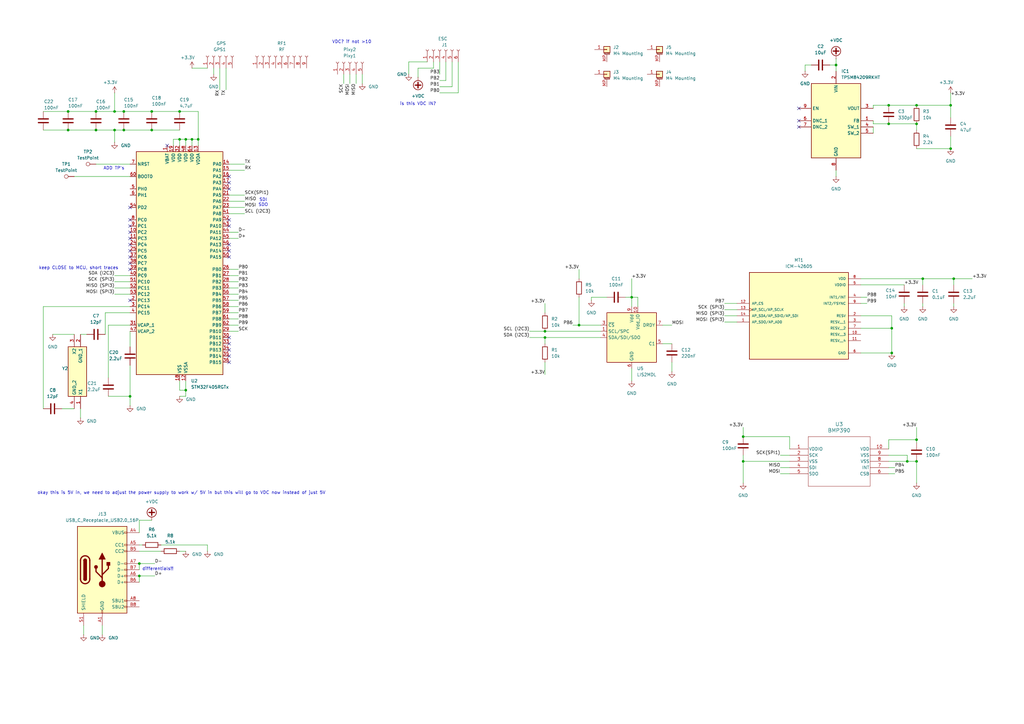
<source format=kicad_sch>
(kicad_sch (version 20250114) (generator "eeschema") (generator_version "9.0")
  (paper "A3")
  (text "okay this is 5V in, we need to adjust the power supply to work w/ 5V in but this will go to VDC now instead of just 5V" (at 74.422 202.184 0) (effects (font (size 1.27 1.27))))
  (text "SDI\nSDO" (at 107.95 83.058 0) (effects (font (size 1.27 1.27))))
  (text "keep CLOSE to MCU, short traces" (at 32.258 109.982 0) (effects (font (size 1.27 1.27))))
  (text "differentials!!\n" (at 64.77 233.426 0) (effects (font (size 1.27 1.27))))
  (text "ADD TP's\n" (at 46.736 69.088 0) (effects (font (size 1.27 1.27))))
  (text "is this VDC IN?\n" (at 171.45 42.672 0) (effects (font (size 1.27 1.27))))
  (text "VDC? if not >10\n" (at 144.272 17.272 0) (effects (font (size 1.27 1.27))))
  (junction (at 78.74 57.15))
  (junction (at 46.99 53.34))
  (junction (at 375.92 180.34))
  (junction (at 375.92 50.8))
  (junction (at 304.8 179.07))
  (junction (at 73.66 57.15))
  (junction (at 223.52 135.89))
  (junction (at 304.8 189.23))
  (junction (at 223.52 138.43))
  (junction (at 53.34 162.56))
  (junction (at 27.94 45.72))
  (junction (at 50.8 45.72))
  (junction (at 62.23 45.72))
  (junction (at 364.49 43.18))
  (junction (at 372.11 189.23))
  (junction (at 375.92 43.18))
  (junction (at 259.08 121.92))
  (junction (at 73.66 45.72))
  (junction (at 81.28 57.15))
  (junction (at 39.37 53.34))
  (junction (at 57.15 231.14))
  (junction (at 76.2 160.02))
  (junction (at 375.92 189.23))
  (junction (at 27.94 53.34))
  (junction (at 378.46 114.3))
  (junction (at 365.76 144.78))
  (junction (at 237.49 133.35))
  (junction (at 364.49 50.8))
  (junction (at 342.9 26.67))
  (junction (at 46.99 45.72))
  (junction (at 391.16 114.3))
  (junction (at 39.37 45.72))
  (junction (at 365.76 134.62))
  (junction (at 389.89 60.96))
  (junction (at 50.8 53.34))
  (junction (at 62.23 53.34))
  (junction (at 76.2 57.15))
  (junction (at 389.89 43.18))
  (junction (at 57.15 236.22))
  (no_connect (at 53.34 92.71))
  (no_connect (at 53.34 110.49))
  (no_connect (at 93.98 143.51))
  (no_connect (at 93.98 77.47))
  (no_connect (at 53.34 105.41))
  (no_connect (at 327.66 44.45))
  (no_connect (at 93.98 102.87))
  (no_connect (at 327.66 52.07))
  (no_connect (at 53.34 95.25))
  (no_connect (at 93.98 74.93))
  (no_connect (at 93.98 72.39))
  (no_connect (at 93.98 92.71))
  (no_connect (at 93.98 105.41))
  (no_connect (at 53.34 90.17))
  (no_connect (at 93.98 100.33))
  (no_connect (at 53.34 102.87))
  (no_connect (at 53.34 85.09))
  (no_connect (at 53.34 100.33))
  (no_connect (at 93.98 90.17))
  (no_connect (at 93.98 140.97))
  (no_connect (at 53.34 123.19))
  (no_connect (at 68.58 59.69))
  (no_connect (at 93.98 148.59))
  (no_connect (at 53.34 97.79))
  (no_connect (at 93.98 138.43))
  (no_connect (at 93.98 146.05))
  (no_connect (at 327.66 49.53))
  (no_connect (at 53.34 107.95))
  (wire (pts (xy 73.66 45.72) (xy 81.28 45.72)))
  (wire (pts (xy 57.15 218.44) (xy 57.15 213.36)))
  (wire (pts (xy 66.04 223.52) (xy 85.09 223.52)))
  (wire (pts (xy 27.94 45.72) (xy 39.37 45.72)))
  (wire (pts (xy 76.2 162.56) (xy 73.66 162.56)))
  (wire (pts (xy 93.98 85.09) (xy 100.33 85.09)))
  (wire (pts (xy 323.85 184.15) (xy 323.85 179.07)))
  (wire (pts (xy 17.78 167.64) (xy 17.78 125.73)))
  (wire (pts (xy 353.06 144.78) (xy 365.76 144.78)))
  (wire (pts (xy 365.76 134.62) (xy 365.76 144.78)))
  (wire (pts (xy 320.04 191.77) (xy 323.85 191.77)))
  (wire (pts (xy 182.88 25.4) (xy 182.88 33.02)))
  (wire (pts (xy 30.48 72.39) (xy 53.34 72.39)))
  (wire (pts (xy 304.8 189.23) (xy 304.8 198.12)))
  (wire (pts (xy 93.98 110.49) (xy 97.79 110.49)))
  (wire (pts (xy 372.11 189.23) (xy 375.92 189.23)))
  (wire (pts (xy 332.74 26.67) (xy 330.2 26.67)))
  (wire (pts (xy 375.92 180.34) (xy 375.92 181.61)))
  (wire (pts (xy 62.23 53.34) (xy 73.66 53.34)))
  (wire (pts (xy 177.8 25.4) (xy 177.8 27.94)))
  (wire (pts (xy 391.16 125.73) (xy 391.16 124.46)))
  (wire (pts (xy 73.66 57.15) (xy 71.12 57.15)))
  (wire (pts (xy 93.98 113.03) (xy 97.79 113.03)))
  (wire (pts (xy 261.62 125.73) (xy 261.62 121.92)))
  (wire (pts (xy 217.17 138.43) (xy 223.52 138.43)))
  (wire (pts (xy 27.94 53.34) (xy 39.37 53.34)))
  (wire (pts (xy 297.18 124.46) (xy 302.26 124.46)))
  (wire (pts (xy 364.49 191.77) (xy 367.03 191.77)))
  (wire (pts (xy 171.45 27.94) (xy 171.45 31.75)))
  (wire (pts (xy 223.52 148.59) (xy 223.52 153.67)))
  (wire (pts (xy 223.52 138.43) (xy 223.52 140.97)))
  (wire (pts (xy 234.95 133.35) (xy 237.49 133.35)))
  (wire (pts (xy 53.34 135.89) (xy 53.34 142.24)))
  (wire (pts (xy 50.8 45.72) (xy 62.23 45.72)))
  (wire (pts (xy 71.12 57.15) (xy 71.12 59.69)))
  (wire (pts (xy 375.92 189.23) (xy 375.92 198.12)))
  (wire (pts (xy 76.2 156.21) (xy 76.2 160.02)))
  (wire (pts (xy 375.92 50.8) (xy 375.92 53.34)))
  (wire (pts (xy 17.78 45.72) (xy 27.94 45.72)))
  (wire (pts (xy 187.96 38.1) (xy 180.34 38.1)))
  (wire (pts (xy 46.99 53.34) (xy 46.99 58.42)))
  (wire (pts (xy 342.9 26.67) (xy 342.9 29.21)))
  (wire (pts (xy 57.15 213.36) (xy 62.23 213.36)))
  (wire (pts (xy 353.06 124.46) (xy 355.6 124.46)))
  (wire (pts (xy 167.64 25.4) (xy 175.26 25.4)))
  (wire (pts (xy 353.06 121.92) (xy 355.6 121.92)))
  (wire (pts (xy 46.99 115.57) (xy 53.34 115.57)))
  (wire (pts (xy 85.09 223.52) (xy 85.09 226.06)))
  (wire (pts (xy 323.85 179.07) (xy 304.8 179.07)))
  (wire (pts (xy 167.64 25.4) (xy 167.64 30.48)))
  (wire (pts (xy 76.2 160.02) (xy 76.2 162.56)))
  (wire (pts (xy 304.8 175.26) (xy 304.8 179.07)))
  (wire (pts (xy 364.49 180.34) (xy 375.92 180.34)))
  (wire (pts (xy 73.66 160.02) (xy 76.2 160.02)))
  (wire (pts (xy 271.78 133.35) (xy 275.59 133.35)))
  (wire (pts (xy 364.49 50.8) (xy 375.92 50.8)))
  (wire (pts (xy 323.85 189.23) (xy 304.8 189.23)))
  (wire (pts (xy 342.9 24.13) (xy 342.9 26.67)))
  (wire (pts (xy 340.36 26.67) (xy 342.9 26.67)))
  (wire (pts (xy 237.49 110.49) (xy 237.49 114.3)))
  (wire (pts (xy 259.08 114.3) (xy 259.08 121.92)))
  (wire (pts (xy 93.98 95.25) (xy 97.79 95.25)))
  (wire (pts (xy 364.49 184.15) (xy 364.49 180.34)))
  (wire (pts (xy 364.49 194.31) (xy 367.03 194.31)))
  (wire (pts (xy 237.49 133.35) (xy 246.38 133.35)))
  (wire (pts (xy 93.98 80.01) (xy 100.33 80.01)))
  (wire (pts (xy 375.92 175.26) (xy 375.92 180.34)))
  (wire (pts (xy 182.88 33.02) (xy 180.34 33.02)))
  (wire (pts (xy 57.15 231.14) (xy 63.5 231.14)))
  (wire (pts (xy 148.59 34.29) (xy 148.59 30.48)))
  (wire (pts (xy 320.04 186.69) (xy 323.85 186.69)))
  (wire (pts (xy 353.06 116.84) (xy 370.84 116.84)))
  (wire (pts (xy 50.8 53.34) (xy 62.23 53.34)))
  (wire (pts (xy 364.49 189.23) (xy 372.11 189.23)))
  (wire (pts (xy 143.51 34.29) (xy 143.51 30.48)))
  (wire (pts (xy 39.37 45.72) (xy 46.99 45.72)))
  (wire (pts (xy 78.74 57.15) (xy 76.2 57.15)))
  (wire (pts (xy 21.59 137.16) (xy 30.48 137.16)))
  (wire (pts (xy 87.63 27.94) (xy 87.63 30.48)))
  (wire (pts (xy 93.98 69.85) (xy 100.33 69.85)))
  (wire (pts (xy 330.2 26.67) (xy 330.2 29.21)))
  (wire (pts (xy 140.97 34.29) (xy 140.97 30.48)))
  (wire (pts (xy 78.74 57.15) (xy 78.74 59.69)))
  (wire (pts (xy 187.96 25.4) (xy 187.96 38.1)))
  (wire (pts (xy 185.42 25.4) (xy 185.42 35.56)))
  (wire (pts (xy 53.34 149.86) (xy 53.34 162.56)))
  (wire (pts (xy 81.28 57.15) (xy 81.28 59.69)))
  (wire (pts (xy 78.74 27.94) (xy 85.09 27.94)))
  (wire (pts (xy 92.71 27.94) (xy 92.71 36.83)))
  (wire (pts (xy 378.46 114.3) (xy 391.16 114.3)))
  (wire (pts (xy 261.62 121.92) (xy 259.08 121.92)))
  (wire (pts (xy 90.17 27.94) (xy 90.17 36.83)))
  (wire (pts (xy 342.9 69.85) (xy 342.9 72.39)))
  (wire (pts (xy 73.66 156.21) (xy 73.66 160.02)))
  (wire (pts (xy 46.99 120.65) (xy 53.34 120.65)))
  (wire (pts (xy 271.78 140.97) (xy 275.59 140.97)))
  (wire (pts (xy 93.98 130.81) (xy 97.79 130.81)))
  (wire (pts (xy 46.99 38.1) (xy 46.99 45.72)))
  (wire (pts (xy 35.56 137.16) (xy 33.02 137.16)))
  (wire (pts (xy 73.66 57.15) (xy 73.66 59.69)))
  (wire (pts (xy 73.66 226.06) (xy 76.2 226.06)))
  (wire (pts (xy 391.16 114.3) (xy 398.78 114.3)))
  (wire (pts (xy 43.18 137.16) (xy 43.18 128.27)))
  (wire (pts (xy 297.18 127) (xy 302.26 127)))
  (wire (pts (xy 93.98 128.27) (xy 97.79 128.27)))
  (wire (pts (xy 242.57 121.92) (xy 242.57 123.19)))
  (wire (pts (xy 25.4 167.64) (xy 30.48 167.64)))
  (wire (pts (xy 375.92 60.96) (xy 389.89 60.96)))
  (wire (pts (xy 297.18 132.08) (xy 302.26 132.08)))
  (wire (pts (xy 81.28 57.15) (xy 78.74 57.15)))
  (wire (pts (xy 57.15 231.14) (xy 57.15 233.68)))
  (wire (pts (xy 81.28 45.72) (xy 81.28 57.15)))
  (wire (pts (xy 223.52 135.89) (xy 246.38 135.89)))
  (wire (pts (xy 93.98 135.89) (xy 97.79 135.89)))
  (wire (pts (xy 44.45 133.35) (xy 44.45 154.94)))
  (wire (pts (xy 242.57 121.92) (xy 248.92 121.92)))
  (wire (pts (xy 358.14 50.8) (xy 364.49 50.8)))
  (wire (pts (xy 320.04 194.31) (xy 323.85 194.31)))
  (wire (pts (xy 364.49 186.69) (xy 372.11 186.69)))
  (wire (pts (xy 378.46 116.84) (xy 378.46 114.3)))
  (wire (pts (xy 358.14 52.07) (xy 358.14 54.61)))
  (wire (pts (xy 375.92 43.18) (xy 389.89 43.18)))
  (wire (pts (xy 46.99 45.72) (xy 50.8 45.72)))
  (wire (pts (xy 93.98 133.35) (xy 97.79 133.35)))
  (wire (pts (xy 177.8 27.94) (xy 171.45 27.94)))
  (wire (pts (xy 93.98 87.63) (xy 100.33 87.63)))
  (wire (pts (xy 93.98 82.55) (xy 100.33 82.55)))
  (wire (pts (xy 46.99 118.11) (xy 53.34 118.11)))
  (wire (pts (xy 391.16 116.84) (xy 391.16 114.3)))
  (wire (pts (xy 237.49 121.92) (xy 237.49 133.35)))
  (wire (pts (xy 180.34 25.4) (xy 180.34 30.48)))
  (wire (pts (xy 365.76 129.54) (xy 365.76 134.62)))
  (wire (pts (xy 76.2 57.15) (xy 73.66 57.15)))
  (wire (pts (xy 364.49 43.18) (xy 375.92 43.18)))
  (wire (pts (xy 39.37 67.31) (xy 53.34 67.31)))
  (wire (pts (xy 93.98 115.57) (xy 97.79 115.57)))
  (wire (pts (xy 370.84 125.73) (xy 370.84 124.46)))
  (wire (pts (xy 304.8 186.69) (xy 304.8 189.23)))
  (wire (pts (xy 57.15 226.06) (xy 66.04 226.06)))
  (wire (pts (xy 389.89 48.26) (xy 389.89 43.18)))
  (wire (pts (xy 58.42 223.52) (xy 57.15 223.52)))
  (wire (pts (xy 43.18 128.27) (xy 53.34 128.27)))
  (wire (pts (xy 93.98 67.31) (xy 100.33 67.31)))
  (wire (pts (xy 358.14 49.53) (xy 358.14 50.8)))
  (wire (pts (xy 217.17 135.89) (xy 223.52 135.89)))
  (wire (pts (xy 353.06 129.54) (xy 365.76 129.54)))
  (wire (pts (xy 17.78 53.34) (xy 27.94 53.34)))
  (wire (pts (xy 146.05 34.29) (xy 146.05 30.48)))
  (wire (pts (xy 185.42 35.56) (xy 180.34 35.56)))
  (wire (pts (xy 358.14 43.18) (xy 358.14 44.45)))
  (wire (pts (xy 93.98 97.79) (xy 97.79 97.79)))
  (wire (pts (xy 44.45 162.56) (xy 53.34 162.56)))
  (wire (pts (xy 297.18 129.54) (xy 302.26 129.54)))
  (wire (pts (xy 76.2 57.15) (xy 76.2 59.69)))
  (wire (pts (xy 353.06 114.3) (xy 378.46 114.3)))
  (wire (pts (xy 93.98 125.73) (xy 97.79 125.73)))
  (wire (pts (xy 353.06 134.62) (xy 365.76 134.62)))
  (wire (pts (xy 93.98 120.65) (xy 97.79 120.65)))
  (wire (pts (xy 389.89 38.1) (xy 389.89 43.18)))
  (wire (pts (xy 378.46 125.73) (xy 378.46 124.46)))
  (wire (pts (xy 53.34 162.56) (xy 53.34 166.37)))
  (wire (pts (xy 33.02 167.64) (xy 33.02 171.45)))
  (wire (pts (xy 34.29 256.54) (xy 34.29 260.35)))
  (wire (pts (xy 389.89 60.96) (xy 389.89 55.88)))
  (wire (pts (xy 46.99 53.34) (xy 50.8 53.34)))
  (wire (pts (xy 46.99 113.03) (xy 53.34 113.03)))
  (wire (pts (xy 259.08 121.92) (xy 256.54 121.92)))
  (wire (pts (xy 223.52 138.43) (xy 246.38 138.43)))
  (wire (pts (xy 62.23 45.72) (xy 73.66 45.72)))
  (wire (pts (xy 275.59 148.59) (xy 275.59 152.4)))
  (wire (pts (xy 57.15 236.22) (xy 63.5 236.22)))
  (wire (pts (xy 53.34 133.35) (xy 44.45 133.35)))
  (wire (pts (xy 93.98 123.19) (xy 97.79 123.19)))
  (wire (pts (xy 17.78 125.73) (xy 53.34 125.73)))
  (wire (pts (xy 57.15 236.22) (xy 57.15 238.76)))
  (wire (pts (xy 259.08 121.92) (xy 259.08 125.73)))
  (wire (pts (xy 93.98 118.11) (xy 97.79 118.11)))
  (wire (pts (xy 223.52 124.46) (xy 223.52 128.27)))
  (wire (pts (xy 39.37 53.34) (xy 46.99 53.34)))
  (wire (pts (xy 259.08 151.13) (xy 259.08 156.21)))
  (wire (pts (xy 41.91 256.54) (xy 41.91 260.35)))
  (wire (pts (xy 364.49 43.18) (xy 358.14 43.18)))
  (wire (pts (xy 372.11 186.69) (xy 372.11 189.23)))
  (label "MOSI (SPI3)" (at 297.18 132.08 180))
  (label "PB5" (at 97.79 123.19 0))
  (label "PB0" (at 180.34 38.1 180))
  (label "MOSI" (at 143.51 34.29 270))
  (label "+3.3V" (at 304.8 175.26 180))
  (label "D-" (at 63.5 231.14 0))
  (label "MISO" (at 100.33 82.55 0))
  (label "PB1" (at 97.79 113.03 0))
  (label "PB1" (at 180.34 35.56 180))
  (label "+3.3V" (at 375.92 175.26 180))
  (label "SCL (I2C3)" (at 100.33 87.63 0))
  (label "PB3" (at 97.79 118.11 0))
  (label "+3.3V" (at 223.52 124.46 180))
  (label "MOSI (SPI3)" (at 46.99 120.65 180))
  (label "+3.3V" (at 389.89 39.37 0))
  (label "SCK" (at 97.79 135.89 0))
  (label "+3.3V" (at 259.08 114.3 0))
  (label "MISO" (at 146.05 34.29 270))
  (label "PB4" (at 367.03 191.77 0))
  (label "PB9" (at 355.6 124.46 0))
  (label "MISO" (at 320.04 191.77 180))
  (label "PB3" (at 180.34 30.48 180))
  (label "MOSI" (at 320.04 194.31 180))
  (label "PB6" (at 97.79 125.73 0))
  (label "+3.3V" (at 223.52 153.67 180))
  (label "PB6" (at 234.95 133.35 180))
  (label "TX" (at 100.33 67.31 0))
  (label "MOSI" (at 275.59 133.35 0))
  (label "PB2" (at 97.79 115.57 0))
  (label "SDA (I2C3)" (at 217.17 138.43 180))
  (label "MISO (SPI3)" (at 297.18 129.54 180))
  (label "PB9" (at 97.79 133.35 0))
  (label "PB5" (at 367.03 194.31 0))
  (label "PB0" (at 97.79 110.49 0))
  (label "D+" (at 63.5 236.22 0))
  (label "SCK (SPI3)" (at 297.18 127 180))
  (label "D+" (at 97.79 97.79 0))
  (label "SCL (I2C3)" (at 217.17 135.89 180))
  (label "RX" (at 100.33 69.85 0))
  (label "+3.3V" (at 398.78 114.3 0))
  (label "MOSI" (at 100.33 85.09 0))
  (label "MISO (SPI3)" (at 46.99 118.11 180))
  (label "+3.3V" (at 237.49 110.49 180))
  (label "PB7" (at 297.18 124.46 180))
  (label "D-" (at 97.79 95.25 0))
  (label "SCK(SPI1)" (at 100.33 80.01 0))
  (label "SCK" (at 140.97 34.29 270))
  (label "RX" (at 90.17 36.83 270))
  (label "+3.3V" (at 370.84 116.84 0))
  (label "SCK(SPI1)" (at 320.04 186.69 180))
  (label "SCK (SPI3)" (at 46.99 115.57 180))
  (label "PB8" (at 355.6 121.92 0))
  (label "PB8" (at 97.79 130.81 0))
  (label "TX" (at 92.71 36.83 270))
  (label "PB4" (at 97.79 120.65 0))
  (label "SDA (I2C3)" (at 46.99 113.03 180))
  (label "PB2" (at 180.34 33.02 180))
  (label "PB7" (at 97.79 128.27 0))
  (symbol (lib_id "power:+VDC") (at 62.23 213.36 0) (unit 1)
    (property "Reference" "#PWR016" (effects (hide yes)))
    (property "Value" "+VDC" (at 62.23 205.74 0))
    (property "Description" "Power symbol creates a global label with name \"+VDC\"" (effects (hide yes)))
  )
  (symbol (lib_id "Connector_Generic_MountingPin:Conn_01x01_MountingPin") (at 248.92 30.48 0) (unit 1) (in_bom no)
    (property "Reference" "J3" (at 251.46 29.5655 0) (effects (justify left)))
    (property "Value" "M4 Mounting" (at 251.46 32.1055 0) (effects (justify left)))
    (property "Footprint" "Mounting:MountingHole_4.3mm_M4" (effects (hide yes)))
    (property "Description" "Generic connectable mounting pin connector, single row, 01x01, script generated (kicad-library-utils/schlib/autogen/connector/)" (effects (hide yes)))
  )
  (symbol (lib_id "power:+VDC") (at 342.9 24.13 0) (unit 1)
    (property "Reference" "#PWR010" (effects (hide yes)))
    (property "Value" "+VDC" (at 342.9 16.51 0))
    (property "Description" "Power symbol creates a global label with name \"+VDC\"" (effects (hide yes)))
  )
  (symbol (lib_id "power:+3.3V") (at 78.74 27.94 0) (mirror y) (unit 1)
    (property "Reference" "#PWR05" (effects (hide yes)))
    (property "Value" "+3.3V" (at 76.962 23.622 0))
    (property "Description" "Power symbol creates a global label with name \"+3.3V\"" (effects (hide yes)))
  )
  (symbol (lib_id "Device:C") (at 375.92 185.42 0) (unit 1)
    (property "Reference" "C10" (at 379.73 184.1499 0) (effects (justify left)))
    (property "Value" "100nF" (at 379.73 186.6899 0) (effects (justify left)))
    (property "Footprint" "Capacitor_SMD:C_0603_1608Metric_Pad1.08x0.95mm_HandSolder" (effects (hide yes)))
    (property "Description" "Unpolarized capacitor" (effects (hide yes)))
  )
  (symbol (lib_id "Connector:Conn_01x06_Socket") (at 180.34 20.32 90) (unit 1) (in_bom no)
    (property "Reference" "J1" (at 183.515 18.4151 90) (effects (justify left)))
    (property "Value" "ESC" (at 183.515 15.8751 90) (effects (justify left)))
    (property "Footprint" "Connector_JST:JST_SHL_SM08B-SHLS-TF_1x08-1MP_P1.00mm_Horizontal" (effects (hide yes)))
    (property "Description" "Generic connector, single row, 01x06, script generated" (effects (hide yes)))
  )
  (symbol (lib_id "power:GND") (at 41.91 260.35 0) (unit 1)
    (property "Reference" "#PWR024" (effects (hide yes)))
    (property "Value" "GND" (at 44.45 261.6199 0) (effects (justify left)))
    (property "Description" "Power symbol creates a global label with name \"GND\" , ground" (effects (hide yes)))
  )
  (symbol (lib_id "power:GND") (at 378.46 125.73 0) (unit 1)
    (property "Reference" "#PWR026" (effects (hide yes)))
    (property "Value" "GND" (at 378.46 130.81 0))
    (property "Description" "Power symbol creates a global label with name \"GND\" , ground" (effects (hide yes)))
  )
  (symbol (lib_id "Device:C") (at 336.55 26.67 90) (unit 1)
    (property "Reference" "C2" (at 336.55 19.05 90))
    (property "Value" "10uF" (at 336.55 21.59 90))
    (property "Footprint" "Capacitor_SMD:C_0603_1608Metric_Pad1.08x0.95mm_HandSolder" (effects (hide yes)))
    (property "Description" "Unpolarized capacitor" (effects (hide yes)))
  )
  (symbol (lib_id "Device:R") (at 375.92 57.15 0) (unit 1)
    (property "Reference" "R4" (at 378.46 55.8799 0) (effects (justify left)))
    (property "Value" "2.2k" (at 378.46 58.4199 0) (effects (justify left)))
    (property "Footprint" "Resistor_SMD:R_0603_1608Metric_Pad0.98x0.95mm_HandSolder" (effects (hide yes)))
    (property "Description" "Resistor" (effects (hide yes)))
  )
  (symbol (lib_id "power:GND") (at 33.02 171.45 0) (unit 1)
    (property "Reference" "#PWR07" (effects (hide yes)))
    (property "Value" "GND" (at 35.56 172.7199 0) (effects (justify left)))
    (property "Description" "Power symbol creates a global label with name \"GND\" , ground" (effects (hide yes)))
  )
  (symbol (lib_id "power:GND") (at 391.16 125.73 0) (unit 1)
    (property "Reference" "#PWR027" (effects (hide yes)))
    (property "Value" "GND" (at 391.16 130.81 0))
    (property "Description" "Power symbol creates a global label with name \"GND\" , ground" (effects (hide yes)))
  )
  (symbol (lib_id "Device:C") (at 50.8 49.53 0) (unit 1)
    (property "Reference" "C15" (at 50.8 40.894 0) (effects (justify left)))
    (property "Value" "100nF" (at 50.8 43.434 0) (effects (justify left)))
    (property "Footprint" "Capacitor_SMD:C_0603_1608Metric_Pad1.08x0.95mm_HandSolder" (effects (hide yes)))
    (property "Description" "Unpolarized capacitor" (effects (hide yes)))
  )
  (symbol (lib_id "Connector:Conn_01x05_Socket") (at 143.51 25.4 90) (unit 1) (in_bom no)
    (property "Reference" "Pixy1" (at 146.05 22.8601 90) (effects (justify left)))
    (property "Value" "Pixy2" (at 146.05 20.3201 90) (effects (justify left)))
    (property "Footprint" "Connector_PinSocket_2.54mm:PinSocket_1x05_P2.54mm_Vertical" (effects (hide yes)))
    (property "Description" "Generic connector, single row, 01x05, script generated" (effects (hide yes)))
  )
  (symbol (lib_id "power:GND") (at 304.8 198.12 0) (unit 1)
    (property "Reference" "#PWR08" (effects (hide yes)))
    (property "Value" "GND" (at 304.8 203.2 0))
    (property "Description" "Power symbol creates a global label with name \"GND\" , ground" (effects (hide yes)))
  )
  (symbol (lib_id "power:GND") (at 46.99 58.42 0) (unit 1)
    (property "Reference" "#PWR030" (effects (hide yes)))
    (property "Value" "GND" (at 49.53 59.6899 0) (effects (justify left)))
    (property "Description" "Power symbol creates a global label with name \"GND\" , ground" (effects (hide yes)))
  )
  (symbol (lib_id "Device:C") (at 39.37 49.53 0) (unit 1)
    (property "Reference" "C16" (at 39.37 41.656 0) (effects (justify left)))
    (property "Value" "100nF" (at 39.37 44.196 0) (effects (justify left)))
    (property "Footprint" "Capacitor_SMD:C_0603_1608Metric_Pad1.08x0.95mm_HandSolder" (effects (hide yes)))
    (property "Description" "Unpolarized capacitor" (effects (hide yes)))
  )
  (symbol (lib_id "power:GND") (at 275.59 152.4 0) (unit 1)
    (property "Reference" "#PWR020" (effects (hide yes)))
    (property "Value" "GND" (at 275.59 157.48 0))
    (property "Description" "Power symbol creates a global label with name \"GND\" , ground" (effects (hide yes)))
  )
  (symbol (lib_id "Connector:USB_C_Receptacle_USB2.0_16P") (at 41.91 233.68 0) (unit 1)
    (property "Reference" "J13" (at 41.91 210.82 0))
    (property "Value" "USB_C_Receptacle_USB2.0_16P" (at 41.91 213.36 0))
    (property "Footprint" "Connector_USB:USB_C_Receptacle_GCT_USB4105-xx-A_16P_TopMnt_Horizontal" (effects (hide yes)))
    (property "Datasheet" "https://www.usb.org/sites/default/files/documents/usb_type-c.zip" (effects (hide yes)))
    (property "Description" "USB 2.0-only 16P Type-C Receptacle connector" (effects (hide yes)))
  )
  (symbol (lib_id "Device:C") (at 391.16 120.65 0) (unit 1)
    (property "Reference" "C13" (at 394.97 119.3799 0) (effects (justify left)))
    (property "Value" "2.2uF" (at 394.97 121.9199 0) (effects (justify left)))
    (property "Footprint" "Capacitor_SMD:C_0603_1608Metric_Pad1.08x0.95mm_HandSolder" (effects (hide yes)))
    (property "Description" "Unpolarized capacitor" (effects (hide yes)))
  )
  (symbol (lib_id "power:GND") (at 76.2 226.06 0) (unit 1)
    (property "Reference" "#PWR021" (effects (hide yes)))
    (property "Value" "GND" (at 78.74 227.3299 0) (effects (justify left)))
    (property "Description" "Power symbol creates a global label with name \"GND\" , ground" (effects (hide yes)))
  )
  (symbol (lib_id "Device:R") (at 223.52 144.78 180) (unit 1)
    (property "Reference" "R1" (at 226.06 143.5099 0) (effects (justify right)))
    (property "Value" "10k" (at 226.06 146.0499 0) (effects (justify right)))
    (property "Footprint" "Resistor_SMD:R_0603_1608Metric_Pad0.98x0.95mm_HandSolder" (effects (hide yes)))
    (property "Description" "Resistor" (effects (hide yes)))
  )
  (symbol (lib_id "Device:C") (at 17.78 49.53 0) (unit 1)
    (property "Reference" "C22" (at 18.034 41.656 0) (effects (justify left)))
    (property "Value" "100nF" (at 18.034 44.196 0) (effects (justify left)))
    (property "Footprint" "Capacitor_SMD:C_0603_1608Metric_Pad1.08x0.95mm_HandSolder" (effects (hide yes)))
    (property "Description" "Unpolarized capacitor" (effects (hide yes)))
  )
  (symbol (lib_id "Device:C") (at 53.34 146.05 0) (unit 1)
    (property "Reference" "C20" (at 44.704 144.526 0) (effects (justify left)))
    (property "Value" "2.2uF" (at 44.704 147.066 0) (effects (justify left)))
    (property "Footprint" "Capacitor_SMD:C_0603_1608Metric_Pad1.08x0.95mm_HandSolder" (effects (hide yes)))
    (property "Description" "Unpolarized capacitor" (effects (hide yes)))
  )
  (symbol (lib_id "Device:C") (at 62.23 49.53 0) (unit 1)
    (property "Reference" "C18" (at 62.23 40.132 0) (effects (justify left)))
    (property "Value" "100nF" (at 62.23 42.672 0) (effects (justify left)))
    (property "Footprint" "Capacitor_SMD:C_0603_1608Metric_Pad1.08x0.95mm_HandSolder" (effects (hide yes)))
    (property "Description" "Unpolarized capacitor" (effects (hide yes)))
  )
  (symbol (lib_id "ICM-42605:ICM-42605") (at 327.66 124.46 0) (unit 1)
    (property "Reference" "MT1" (at 327.66 106.68 0))
    (property "Value" "ICM-42605" (at 327.66 109.22 0))
    (property "Footprint" "forICM:XDCR_ICM-42605" (effects (hide yes)))
    (property "PARTREV" "1.7" (effects (hide yes)))
    (property "STANDARD" "Manufacturer Recommendations" (effects (hide yes)))
    (property "MAXIMUM_PACKAGE_HEIGHT" "0.97 mm" (effects (hide yes)))
    (property "MANUFACTURER" "TDK InvenSense" (effects (hide yes)))
  )
  (symbol (lib_id "MCU_ST_STM32F4:STM32F405RGTx") (at 73.66 107.95 0) (unit 1)
    (property "Reference" "U2" (at 78.3433 156.21 0) (effects (justify left)))
    (property "Value" "STM32F405RGTx" (at 78.3433 158.75 0) (effects (justify left)))
    (property "Footprint" "Package_QFP:LQFP-64_10x10mm_P0.5mm" (effects (hide yes)))
    (property "Datasheet" "https://www.st.com/resource/en/datasheet/stm32f405rg.pdf" (effects (hide yes)))
    (property "Description" "STMicroelectronics Arm Cortex-M4 MCU, 1024KB flash, 192KB RAM, 168 MHz, 1.8-3.6V, 51 GPIO, LQFP64" (effects (hide yes)))
  )
  (symbol (lib_id "Sensor_Magnetic:LIS2MDL") (at 259.08 138.43 0) (unit 1)
    (property "Reference" "U5" (at 261.2233 151.13 0) (effects (justify left)))
    (property "Value" "LIS2MDL" (at 261.2233 153.67 0) (effects (justify left)))
    (property "Footprint" "Package_LGA:LGA-12_2x2mm_P0.5mm" (effects (hide yes)))
    (property "Datasheet" "https://www.st.com/resource/en/datasheet/lis2mdl.pdf" (effects (hide yes)))
    (property "Description" "Ultra-low-power, 3-axis digital output magnetometer, LGA-12" (effects (hide yes)))
  )
  (symbol (lib_id "power:GND") (at 73.66 162.56 0) (unit 1)
    (property "Reference" "#PWR032" (effects (hide yes)))
    (property "Value" "GND" (at 76.2 163.8299 0) (effects (justify left)))
    (property "Description" "Power symbol creates a global label with name \"GND\" , ground" (effects (hide yes)))
  )
  (symbol (lib_id "TPSM84209RKHT:TPSM84209RKHT") (at 327.66 44.45 0) (unit 1)
    (property "Reference" "IC1" (at 345.0433 29.21 0) (effects (justify left)))
    (property "Value" "TPSM84209RKHT" (at 345.0433 31.75 0) (effects (justify left)))
    (property "Footprint" "TPSM84209RKHT" (effects (hide yes)))
    (property "Datasheet" "http://www.ti.com/lit/gpn/tpsm84209" (effects (hide yes)))
    (property "Description" "4.5-V to 28-V input, 1.2-V to 6-V output, 2.5-A power module" (effects (hide yes)))
    (property "Height" "2.1" (effects (hide yes)))
    (property "Mouser Part Number" "595-TPSM84209RKHT" (effects (hide yes)))
    (property "Mouser Price/Stock" "https://www.mouser.co.uk/ProductDetail/Texas-Instruments/TPSM84209RKHT?qs=rrS6PyfT74fnmFkKpetMQQ%3D%3D" (effects (hide yes)))
    (property "Manufacturer_Name" "Texas Instruments" (effects (hide yes)))
    (property "Manufacturer_Part_Number" "TPSM84209RKHT" (effects (hide yes)))
  )
  (symbol (lib_id "Connector_Generic_MountingPin:Conn_01x01_MountingPin") (at 270.51 20.32 0) (unit 1) (in_bom no)
    (property "Reference" "J5" (at 273.05 19.4055 0) (effects (justify left)))
    (property "Value" "M4 Mounting" (at 273.05 21.9455 0) (effects (justify left)))
    (property "Footprint" "Mounting:MountingHole_4.3mm_M4" (effects (hide yes)))
    (property "Description" "Generic connectable mounting pin connector, single row, 01x01, script generated (kicad-library-utils/schlib/autogen/connector/)" (effects (hide yes)))
  )
  (symbol (lib_id "power:GND") (at 148.59 34.29 0) (unit 1)
    (property "Reference" "#PWR03" (effects (hide yes)))
    (property "Value" "GND" (at 151.13 35.5599 0) (effects (justify left)))
    (property "Description" "Power symbol creates a global label with name \"GND\" , ground" (effects (hide yes)))
  )
  (symbol (lib_id "Device:R") (at 69.85 226.06 270) (unit 1)
    (property "Reference" "R8" (at 69.85 219.71 90))
    (property "Value" "5.1k" (at 69.85 222.25 90))
    (property "Footprint" "Resistor_SMD:R_0603_1608Metric_Pad0.98x0.95mm_HandSolder" (effects (hide yes)))
    (property "Description" "Resistor" (effects (hide yes)))
  )
  (symbol (lib_id "power:GND") (at 167.64 30.48 0) (unit 1)
    (property "Reference" "#PWR02" (effects (hide yes)))
    (property "Value" "GND" (at 162.814 30.48 0) (effects (justify left)))
    (property "Description" "Power symbol creates a global label with name \"GND\" , ground" (effects (hide yes)))
  )
  (symbol (lib_id "power:GND") (at 365.76 144.78 0) (unit 1)
    (property "Reference" "#PWR028" (effects (hide yes)))
    (property "Value" "GND" (at 365.76 149.86 0))
    (property "Description" "Power symbol creates a global label with name \"GND\" , ground" (effects (hide yes)))
  )
  (symbol (lib_id "power:GND") (at 330.2 29.21 0) (unit 1)
    (property "Reference" "#PWR012" (effects (hide yes)))
    (property "Value" "GND" (at 330.2 34.29 0))
    (property "Description" "Power symbol creates a global label with name \"GND\" , ground" (effects (hide yes)))
  )
  (symbol (lib_id "Connector:TestPoint") (at 39.37 67.31 90) (unit 1)
    (property "Reference" "TP2" (at 36.068 62.23 90))
    (property "Value" "TestPoint" (at 36.068 64.77 90))
    (property "Footprint" "TestPoint:TestPoint_Loop_D2.50mm_Drill1.0mm" (effects (hide yes)))
    (property "Description" "test point" (effects (hide yes)))
  )
  (symbol (lib_id "Connector:Conn_01x09_Socket") (at 115.57 22.86 90) (unit 1)
    (property "Reference" "RF1" (at 115.57 17.78 90))
    (property "Value" "RF" (at 115.57 20.32 90))
    (property "Footprint" "Connector_PinHeader_2.54mm:PinHeader_1x09_P2.54mm_Vertical" (effects (hide yes)))
    (property "Description" "Generic connector, single row, 01x09, script generated" (effects (hide yes)))
  )
  (symbol (lib_id "bmp390:BMP390") (at 323.85 184.15 0) (unit 1)
    (property "Reference" "U3" (at 344.17 173.99 0) (effects (font (size 1.524 1.524))))
    (property "Value" "BMP390" (at 344.17 176.53 0) (effects (font (size 1.524 1.524))))
    (property "Footprint" "bmp390:10LGA_2X2X0p75_BOS" (effects (hide yes)))
    (property "Datasheet" "BMP390" (effects (hide yes)))
  )
  (symbol (lib_id "power:GND") (at 389.89 60.96 0) (unit 1)
    (property "Reference" "#PWR014" (effects (hide yes)))
    (property "Value" "GND" (at 389.89 66.04 0))
    (property "Description" "Power symbol creates a global label with name \"GND\" , ground" (effects (hide yes)))
  )
  (symbol (lib_id "Device:R") (at 237.49 118.11 0) (unit 1)
    (property "Reference" "R5" (at 240.03 116.8399 0) (effects (justify left)))
    (property "Value" "10k" (at 240.03 119.3799 0) (effects (justify left)))
    (property "Footprint" "Resistor_SMD:R_0603_1608Metric_Pad0.98x0.95mm_HandSolder" (effects (hide yes)))
    (property "Description" "Resistor" (effects (hide yes)))
  )
  (symbol (lib_id "power:+3.3V") (at 389.89 38.1 0) (mirror y) (unit 1)
    (property "Reference" "#PWR013" (effects (hide yes)))
    (property "Value" "+3.3V" (at 388.112 33.782 0))
    (property "Description" "Power symbol creates a global label with name \"+3.3V\"" (effects (hide yes)))
  )
  (symbol (lib_id "Device:C") (at 73.66 49.53 0) (unit 1)
    (property "Reference" "C19" (at 73.66 40.894 0) (effects (justify left)))
    (property "Value" "4.7uF" (at 73.66 43.434 0) (effects (justify left)))
    (property "Footprint" "Capacitor_SMD:C_0603_1608Metric_Pad1.08x0.95mm_HandSolder" (effects (hide yes)))
    (property "Description" "Unpolarized capacitor" (effects (hide yes)))
  )
  (symbol (lib_id "Device:R") (at 223.52 132.08 180) (unit 1)
    (property "Reference" "R2" (at 226.06 130.8099 0) (effects (justify right)))
    (property "Value" "10k" (at 226.06 133.3499 0) (effects (justify right)))
    (property "Footprint" "Resistor_SMD:R_0603_1608Metric_Pad0.98x0.95mm_HandSolder" (effects (hide yes)))
    (property "Description" "Resistor" (effects (hide yes)))
  )
  (symbol (lib_id "Device:C") (at 44.45 158.75 0) (unit 1)
    (property "Reference" "C21" (at 35.814 157.226 0) (effects (justify left)))
    (property "Value" "2.2uF" (at 35.814 159.766 0) (effects (justify left)))
    (property "Footprint" "Capacitor_SMD:C_0603_1608Metric_Pad1.08x0.95mm_HandSolder" (effects (hide yes)))
    (property "Description" "Unpolarized capacitor" (effects (hide yes)))
  )
  (symbol (lib_id "power:GND") (at 85.09 226.06 0) (unit 1)
    (property "Reference" "#PWR022" (effects (hide yes)))
    (property "Value" "GND" (at 87.63 227.3299 0) (effects (justify left)))
    (property "Description" "Power symbol creates a global label with name \"GND\" , ground" (effects (hide yes)))
  )
  (symbol (lib_id "Device:R") (at 62.23 223.52 270) (unit 1)
    (property "Reference" "R6" (at 62.23 217.17 90))
    (property "Value" "5.1k" (at 62.23 219.71 90))
    (property "Footprint" "Resistor_SMD:R_0603_1608Metric_Pad0.98x0.95mm_HandSolder" (effects (hide yes)))
    (property "Description" "Resistor" (effects (hide yes)))
  )
  (symbol (lib_id "Connector:Conn_01x05_Socket") (at 90.17 22.86 90) (unit 1) (in_bom no)
    (property "Reference" "GPS1" (at 92.71 20.3201 90) (effects (justify left)))
    (property "Value" "GPS" (at 92.71 17.7801 90) (effects (justify left)))
    (property "Footprint" "Connector_PinHeader_2.54mm:PinHeader_1x04_P2.54mm_Vertical" (effects (hide yes)))
    (property "Description" "Generic connector, single row, 01x05, script generated" (effects (hide yes)))
  )
  (symbol (lib_id "Device:R") (at 375.92 46.99 0) (unit 1)
    (property "Reference" "R3" (at 378.46 45.7199 0) (effects (justify left)))
    (property "Value" "10k" (at 378.46 48.2599 0) (effects (justify left)))
    (property "Footprint" "Resistor_SMD:R_0603_1608Metric_Pad0.98x0.95mm_HandSolder" (effects (hide yes)))
    (property "Description" "Resistor" (effects (hide yes)))
  )
  (symbol (lib_id "power:GND") (at 259.08 156.21 0) (unit 1)
    (property "Reference" "#PWR011" (effects (hide yes)))
    (property "Value" "GND" (at 259.08 161.29 0))
    (property "Description" "Power symbol creates a global label with name \"GND\" , ground" (effects (hide yes)))
  )
  (symbol (lib_id "Device:C") (at 27.94 49.53 0) (unit 1)
    (property "Reference" "C17" (at 27.94 40.894 0) (effects (justify left)))
    (property "Value" "100nF" (at 27.94 43.434 0) (effects (justify left)))
    (property "Footprint" "Capacitor_SMD:C_0603_1608Metric_Pad1.08x0.95mm_HandSolder" (effects (hide yes)))
    (property "Description" "Unpolarized capacitor" (effects (hide yes)))
  )
  (symbol (lib_id "32mhz crystal:ABMM2-32.768MHZ-E2F-T") (at 30.48 167.64 90) (unit 1)
    (property "Reference" "Y2" (at 25.4 151.13 90) (effects (justify right)))
    (property "Value" "ABMM2-32.768MHZ-E2F-T" (effects (hide yes)))
    (property "Footprint" "ABMM2" (effects (hide yes)))
    (property "Datasheet" "https://abracon.com/Resonators/ABMM2.pdf" (effects (hide yes)))
    (property "Description" "MEMS OSC XO 48.0000MHZ CMOS SMD" (effects (hide yes)))
    (property "Height" "1.2" (effects (hide yes)))
    (property "Mouser Part Number" "815-ABMM2-32.768E2FT" (effects (hide yes)))
    (property "Mouser Price/Stock" "https://www.mouser.co.uk/ProductDetail/ABRACON/ABMM2-32.768MHZ-E2F-T?qs=gmcn8Ik9O3F06OPHe8pYYg%3D%3D" (effects (hide yes)))
    (property "Manufacturer_Name" "ABRACON" (effects (hide yes)))
    (property "Manufacturer_Part_Number" "ABMM2-32.768MHZ-E2F-T" (effects (hide yes)))
  )
  (symbol (lib_id "power:GND") (at 53.34 166.37 0) (unit 1)
    (property "Reference" "#PWR031" (effects (hide yes)))
    (property "Value" "GND" (at 55.88 167.6399 0) (effects (justify left)))
    (property "Description" "Power symbol creates a global label with name \"GND\" , ground" (effects (hide yes)))
  )
  (symbol (lib_id "power:GND") (at 21.59 137.16 0) (unit 1)
    (property "Reference" "#PWR06" (effects (hide yes)))
    (property "Value" "GND" (at 21.59 142.24 0))
    (property "Description" "Power symbol creates a global label with name \"GND\" , ground" (effects (hide yes)))
  )
  (symbol (lib_id "power:+VDC") (at 171.45 31.75 180) (unit 1)
    (property "Reference" "#PWR01" (effects (hide yes)))
    (property "Value" "+VDC" (at 171.45 39.37 0))
    (property "Description" "Power symbol creates a global label with name \"+VDC\"" (effects (hide yes)))
  )
  (symbol (lib_id "Device:C") (at 252.73 121.92 90) (unit 1)
    (property "Reference" "C11" (at 252.73 114.3 90))
    (property "Value" "100nF" (at 252.73 116.84 90))
    (property "Footprint" "Capacitor_SMD:C_0603_1608Metric_Pad1.08x0.95mm_HandSolder" (effects (hide yes)))
    (property "Description" "Unpolarized capacitor" (effects (hide yes)))
  )
  (symbol (lib_id "Device:C") (at 39.37 137.16 90) (unit 1)
    (property "Reference" "C7" (at 39.37 129.54 90))
    (property "Value" "12pF" (at 39.37 132.08 90))
    (property "Footprint" "Capacitor_SMD:C_0603_1608Metric_Pad1.08x0.95mm_HandSolder" (effects (hide yes)))
    (property "Description" "Unpolarized capacitor" (effects (hide yes)))
  )
  (symbol (lib_id "power:GND") (at 370.84 125.73 0) (unit 1)
    (property "Reference" "#PWR029" (effects (hide yes)))
    (property "Value" "GND" (at 370.84 130.81 0))
    (property "Description" "Power symbol creates a global label with name \"GND\" , ground" (effects (hide yes)))
  )
  (symbol (lib_id "Connector_Generic_MountingPin:Conn_01x01_MountingPin") (at 248.92 20.32 0) (unit 1) (in_bom no)
    (property "Reference" "J2" (at 251.46 19.4055 0) (effects (justify left)))
    (property "Value" "M4 Mounting" (at 251.46 21.9455 0) (effects (justify left)))
    (property "Footprint" "Mounting:MountingHole_4.3mm_M4" (effects (hide yes)))
    (property "Description" "Generic connectable mounting pin connector, single row, 01x01, script generated (kicad-library-utils/schlib/autogen/connector/)" (effects (hide yes)))
  )
  (symbol (lib_id "Device:C") (at 370.84 120.65 180) (unit 1)
    (property "Reference" "C14" (at 363.22 119.126 0) (effects (justify right)))
    (property "Value" "10nF" (at 363.22 121.666 0) (effects (justify right)))
    (property "Footprint" "Capacitor_SMD:C_0603_1608Metric_Pad1.08x0.95mm_HandSolder" (effects (hide yes)))
    (property "Description" "Unpolarized capacitor" (effects (hide yes)))
  )
  (symbol (lib_id "Device:C") (at 21.59 167.64 270) (unit 1)
    (property "Reference" "C8" (at 21.59 160.02 90))
    (property "Value" "12pF" (at 21.59 162.56 90))
    (property "Footprint" "Capacitor_SMD:C_0603_1608Metric_Pad1.08x0.95mm_HandSolder" (effects (hide yes)))
    (property "Description" "Unpolarized capacitor" (effects (hide yes)))
  )
  (symbol (lib_id "Connector:TestPoint") (at 30.48 72.39 90) (unit 1)
    (property "Reference" "TP1" (at 27.178 67.31 90))
    (property "Value" "TestPoint" (at 27.178 69.85 90))
    (property "Footprint" "TestPoint:TestPoint_Loop_D2.50mm_Drill1.0mm" (effects (hide yes)))
    (property "Description" "test point" (effects (hide yes)))
  )
  (symbol (lib_id "power:GND") (at 34.29 260.35 0) (unit 1)
    (property "Reference" "#PWR025" (effects (hide yes)))
    (property "Value" "GND" (at 36.83 261.6199 0) (effects (justify left)))
    (property "Description" "Power symbol creates a global label with name \"GND\" , ground" (effects (hide yes)))
  )
  (symbol (lib_id "power:GND") (at 375.92 198.12 0) (unit 1)
    (property "Reference" "#PWR018" (effects (hide yes)))
    (property "Value" "GND" (at 375.92 203.2 0))
    (property "Description" "Power symbol creates a global label with name \"GND\" , ground" (effects (hide yes)))
  )
  (symbol (lib_id "Device:C") (at 364.49 46.99 0) (unit 1)
    (property "Reference" "C3" (at 368.3 45.7199 0) (effects (justify left)))
    (property "Value" "330pF" (at 368.3 48.2599 0) (effects (justify left)))
    (property "Footprint" "Capacitor_SMD:C_0603_1608Metric_Pad1.08x0.95mm_HandSolder" (effects (hide yes)))
    (property "Description" "Unpolarized capacitor" (effects (hide yes)))
  )
  (symbol (lib_id "power:GND") (at 242.57 123.19 0) (unit 1)
    (property "Reference" "#PWR019" (effects (hide yes)))
    (property "Value" "GND" (at 242.57 128.27 0))
    (property "Description" "Power symbol creates a global label with name \"GND\" , ground" (effects (hide yes)))
  )
  (symbol (lib_id "Device:C") (at 275.59 144.78 180) (unit 1)
    (property "Reference" "C12" (at 279.4 143.5099 0) (effects (justify right)))
    (property "Value" "220nF" (at 279.4 146.0499 0) (effects (justify right)))
    (property "Footprint" "Capacitor_SMD:C_0603_1608Metric_Pad1.08x0.95mm_HandSolder" (effects (hide yes)))
    (property "Description" "Unpolarized capacitor" (effects (hide yes)))
  )
  (symbol (lib_id "power:GND") (at 342.9 72.39 0) (unit 1)
    (property "Reference" "#PWR09" (effects (hide yes)))
    (property "Value" "GND" (at 342.9 77.47 0))
    (property "Description" "Power symbol creates a global label with name \"GND\" , ground" (effects (hide yes)))
  )
  (symbol (lib_id "Device:C") (at 389.89 52.07 0) (unit 1)
    (property "Reference" "C4" (at 393.7 50.7999 0) (effects (justify left)))
    (property "Value" "47uF" (at 393.7 53.3399 0) (effects (justify left)))
    (property "Footprint" "Capacitor_SMD:C_1206_3216Metric_Pad1.33x1.80mm_HandSolder" (effects (hide yes)))
    (property "Description" "Unpolarized capacitor" (effects (hide yes)))
  )
  (symbol (lib_id "Device:C") (at 304.8 182.88 0) (unit 1)
    (property "Reference" "C9" (at 296.164 181.356 0) (effects (justify left)))
    (property "Value" "100nF" (at 296.164 183.896 0) (effects (justify left)))
    (property "Footprint" "Capacitor_SMD:C_0603_1608Metric_Pad1.08x0.95mm_HandSolder" (effects (hide yes)))
    (property "Description" "Unpolarized capacitor" (effects (hide yes)))
  )
  (symbol (lib_id "power:+3.3V") (at 46.99 38.1 0) (mirror y) (unit 1)
    (property "Reference" "#PWR04" (effects (hide yes)))
    (property "Value" "+3.3V" (at 45.212 33.782 0))
    (property "Description" "Power symbol creates a global label with name \"+3.3V\"" (effects (hide yes)))
  )
  (symbol (lib_id "power:GND") (at 87.63 30.48 0) (unit 1)
    (property "Reference" "#PWR015" (effects (hide yes)))
    (property "Value" "GND" (at 87.63 35.56 0))
    (property "Description" "Power symbol creates a global label with name \"GND\" , ground" (effects (hide yes)))
  )
  (symbol (lib_id "Device:C") (at 378.46 120.65 0) (unit 1)
    (property "Reference" "C1" (at 382.27 119.3799 0) (effects (justify left)))
    (property "Value" "0.1uF" (at 382.27 121.9199 0) (effects (justify left)))
    (property "Footprint" "Capacitor_SMD:C_0603_1608Metric_Pad1.08x0.95mm_HandSolder" (effects (hide yes)))
    (property "Description" "Unpolarized capacitor" (effects (hide yes)))
  )
  (symbol (lib_id "Connector_Generic_MountingPin:Conn_01x01_MountingPin") (at 270.51 30.48 0) (unit 1) (in_bom no)
    (property "Reference" "J4" (at 273.05 29.5655 0) (effects (justify left)))
    (property "Value" "M4 Mounting" (at 273.05 32.1055 0) (effects (justify left)))
    (property "Footprint" "Mounting:MountingHole_4.3mm_M4" (effects (hide yes)))
    (property "Description" "Generic connectable mounting pin connector, single row, 01x01, script generated (kicad-library-utils/schlib/autogen/connector/)" (effects (hide yes)))
  )
)
</source>
